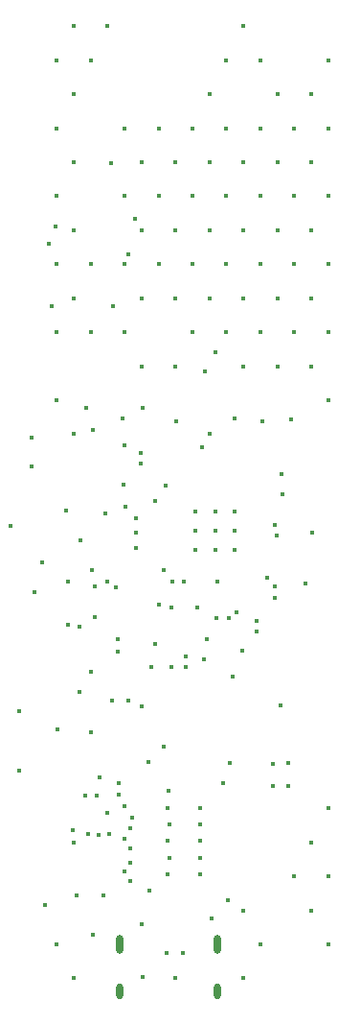
<source format=gbr>
%TF.GenerationSoftware,Altium Limited,Altium Designer,24.3.1 (35)*%
G04 Layer_Color=0*
%FSLAX45Y45*%
%MOMM*%
%TF.SameCoordinates,F890BB90-1D0F-4F84-9AE3-556F965AF49A*%
%TF.FilePolarity,Positive*%
%TF.FileFunction,Plated,1,4,PTH,Drill*%
%TF.Part,Single*%
G01*
G75*
%TA.AperFunction,ComponentDrill*%
%ADD104O,0.60000X1.70000*%
%ADD105O,0.60000X1.40000*%
%TA.AperFunction,ViaDrill,NotFilled*%
%ADD106C,0.40000*%
D104*
X7574000Y6600000D02*
D03*
X6710000D02*
D03*
D105*
X7574000Y6182000D02*
D03*
X6710000D02*
D03*
D106*
X7916092Y9450240D02*
D03*
X8549997Y14399995D02*
D03*
X8399997Y14099995D02*
D03*
X8549997Y13799995D02*
D03*
X8399997Y13499995D02*
D03*
X8549997Y13199995D02*
D03*
X8399997Y12899995D02*
D03*
X8549997Y12599996D02*
D03*
X8399997Y12299996D02*
D03*
X8549997Y11999996D02*
D03*
X8399997Y11699996D02*
D03*
X8549997Y11399997D02*
D03*
Y7799998D02*
D03*
X8399997Y7499998D02*
D03*
X8549997Y7199998D02*
D03*
X8399997Y6899998D02*
D03*
X8549997Y6599998D02*
D03*
X8099998Y14099995D02*
D03*
X8249997Y13799995D02*
D03*
X8099998Y13499995D02*
D03*
X8249997Y13199995D02*
D03*
X8099998Y12899995D02*
D03*
X8249997Y12599996D02*
D03*
X8099998Y12299996D02*
D03*
X8249997Y11999996D02*
D03*
X8099998Y11699996D02*
D03*
X8249997Y7199998D02*
D03*
X7799998Y14699995D02*
D03*
X7949998Y14399995D02*
D03*
Y13799995D02*
D03*
X7799998Y13499995D02*
D03*
X7949998Y13199995D02*
D03*
X7799998Y12899995D02*
D03*
X7949998Y12599996D02*
D03*
X7799998Y12299996D02*
D03*
X7949998Y11999996D02*
D03*
X7799998Y11699996D02*
D03*
Y6899998D02*
D03*
X7949998Y6599998D02*
D03*
X7799998Y6299998D02*
D03*
X7649998Y14399995D02*
D03*
X7499998Y14099995D02*
D03*
X7649998Y13799995D02*
D03*
X7499998Y13499995D02*
D03*
X7649998Y13199995D02*
D03*
X7499998Y12899995D02*
D03*
X7649998Y12599996D02*
D03*
X7499998Y12299996D02*
D03*
X7649998Y11999996D02*
D03*
X7499998Y11099997D02*
D03*
X7349998Y13799995D02*
D03*
X7199998Y13499995D02*
D03*
X7349998Y13199995D02*
D03*
X7199998Y12899995D02*
D03*
X7349998Y12599996D02*
D03*
X7199998Y12299996D02*
D03*
X7349998Y11999996D02*
D03*
X7199998Y11699996D02*
D03*
Y6299998D02*
D03*
X7049998Y13799995D02*
D03*
X6899998Y13499995D02*
D03*
X7049998Y13199995D02*
D03*
X6899998Y12899995D02*
D03*
X7049998Y12599996D02*
D03*
X6899998Y12299996D02*
D03*
Y11699996D02*
D03*
X7049998Y9599997D02*
D03*
X6899998Y8699997D02*
D03*
X6599998Y14699995D02*
D03*
X6749998Y13799995D02*
D03*
Y13199995D02*
D03*
Y12599996D02*
D03*
Y11999996D02*
D03*
X6299998Y14699995D02*
D03*
X6449998Y14399995D02*
D03*
X6299998Y14099995D02*
D03*
Y13499995D02*
D03*
Y12899995D02*
D03*
X6449998Y12599996D02*
D03*
X6299998Y12299996D02*
D03*
X6449998Y11999996D02*
D03*
X6299998Y11099997D02*
D03*
X6449998Y8999997D02*
D03*
X6299998Y7499998D02*
D03*
Y6299998D02*
D03*
X6149998Y14399995D02*
D03*
Y13799995D02*
D03*
Y13199995D02*
D03*
Y12599996D02*
D03*
Y11999996D02*
D03*
Y11399997D02*
D03*
Y6599998D02*
D03*
X7790000Y9190000D02*
D03*
X6851767Y10358234D02*
D03*
X6760000Y10460000D02*
D03*
X6738755Y10651245D02*
D03*
X6670000Y9750000D02*
D03*
X6250000Y9800000D02*
D03*
X6960000Y8210000D02*
D03*
X6894600Y10843155D02*
D03*
Y10932100D02*
D03*
X7570000Y9800000D02*
D03*
X7274488Y9799487D02*
D03*
X8079173Y9660000D02*
D03*
X7710000Y8960000D02*
D03*
X8079173Y9760000D02*
D03*
X7921245Y9358755D02*
D03*
X7740000Y9530000D02*
D03*
X7480000Y9290000D02*
D03*
X7670000Y9480000D02*
D03*
X7020000Y9250000D02*
D03*
X6690000Y9180000D02*
D03*
Y9290000D02*
D03*
X6780000Y8750000D02*
D03*
X6990000Y9050000D02*
D03*
X7160000D02*
D03*
X7290000D02*
D03*
Y9140000D02*
D03*
X6700000Y7920000D02*
D03*
X6531244Y8068755D02*
D03*
X7453755Y9116245D02*
D03*
X7096988Y8343013D02*
D03*
X6750000Y7820000D02*
D03*
X6820000Y7720000D02*
D03*
X6800000Y7620000D02*
D03*
X6330000Y7032100D02*
D03*
X5740000Y10290000D02*
D03*
X5820000Y8130000D02*
D03*
Y8660000D02*
D03*
X6020000Y9970000D02*
D03*
X7560000Y9480000D02*
D03*
X7390000Y9570000D02*
D03*
X8010000Y9830000D02*
D03*
X8091562Y10204462D02*
D03*
X6850000Y10100000D02*
D03*
X7020000Y10510000D02*
D03*
X6850000Y10230000D02*
D03*
X6750000Y11000000D02*
D03*
X8060000Y8190000D02*
D03*
X7431245Y10981244D02*
D03*
X7110000Y10650000D02*
D03*
X5930000Y11070000D02*
D03*
X7550000Y10080000D02*
D03*
Y10420000D02*
D03*
X7720000Y10080000D02*
D03*
X7720000Y10250000D02*
D03*
Y10420000D02*
D03*
X7550000Y10250000D02*
D03*
X7380000D02*
D03*
Y10080000D02*
D03*
Y10420000D02*
D03*
X6600000Y7760000D02*
D03*
X6470000Y11140000D02*
D03*
X6910000Y6310000D02*
D03*
X8200000Y8000000D02*
D03*
Y8200000D02*
D03*
X6460000Y9900000D02*
D03*
X7680000Y8200000D02*
D03*
X8060000Y8000000D02*
D03*
X7145000Y7655000D02*
D03*
X7131375Y7801000D02*
D03*
X6580000Y10400000D02*
D03*
X6230000Y10430000D02*
D03*
X6360000Y10160000D02*
D03*
X6600000Y9800000D02*
D03*
X6490000Y9760000D02*
D03*
Y9490000D02*
D03*
X6700000Y8020000D02*
D03*
X6500000Y7910000D02*
D03*
X7720000Y11240000D02*
D03*
X7970000Y11210000D02*
D03*
X8220000Y11230000D02*
D03*
X8350000Y9780000D02*
D03*
X6640000Y8750000D02*
D03*
X6610000Y7570000D02*
D03*
X6518755Y7568755D02*
D03*
X6400000Y7910000D02*
D03*
X6160000Y8500000D02*
D03*
X6250000Y9420000D02*
D03*
X8081562Y10301562D02*
D03*
X8410000Y10230000D02*
D03*
X6800000Y7444462D02*
D03*
X7550000Y11820000D02*
D03*
X7160000Y9570000D02*
D03*
X7170000Y9800000D02*
D03*
X6730000Y11240000D02*
D03*
X6780000Y12690000D02*
D03*
X8130000Y8710000D02*
D03*
X6350000Y8830000D02*
D03*
X5950000Y9710000D02*
D03*
X6800000Y7154462D02*
D03*
X7520000Y6830000D02*
D03*
X7210000Y11210000D02*
D03*
X7460000Y11650000D02*
D03*
X6910000Y11330000D02*
D03*
X6410000D02*
D03*
X5930000Y10820000D02*
D03*
X6650000Y12230000D02*
D03*
X6110000D02*
D03*
X6080000Y12780000D02*
D03*
X6140000Y12930000D02*
D03*
X6840000Y13000000D02*
D03*
X6630000Y13489999D02*
D03*
X8140000Y10750000D02*
D03*
X8150000Y10570000D02*
D03*
X7100000Y9900000D02*
D03*
X6350000Y9400000D02*
D03*
X6290000Y7610000D02*
D03*
X6450000Y8470000D02*
D03*
X7660000Y6990000D02*
D03*
X7620000Y8020000D02*
D03*
X7140000Y7950000D02*
D03*
X6970000Y7070000D02*
D03*
X6750000Y7530000D02*
D03*
Y7240000D02*
D03*
X6800000Y7320000D02*
D03*
X7145000Y7365000D02*
D03*
X7415000D02*
D03*
X7415000Y7655000D02*
D03*
X6430000Y7570000D02*
D03*
X7420000Y7800000D02*
D03*
X7130000Y7220000D02*
D03*
X7420000Y7510000D02*
D03*
X7131375Y7511000D02*
D03*
X7420000Y7220000D02*
D03*
X6050000Y6950000D02*
D03*
X6900000Y6780000D02*
D03*
X6470000Y6680000D02*
D03*
X6560000Y7030000D02*
D03*
X7270000Y6520000D02*
D03*
X7120000D02*
D03*
%TF.MD5,3ad2e56558a064a184d859369d3e3398*%
M02*

</source>
